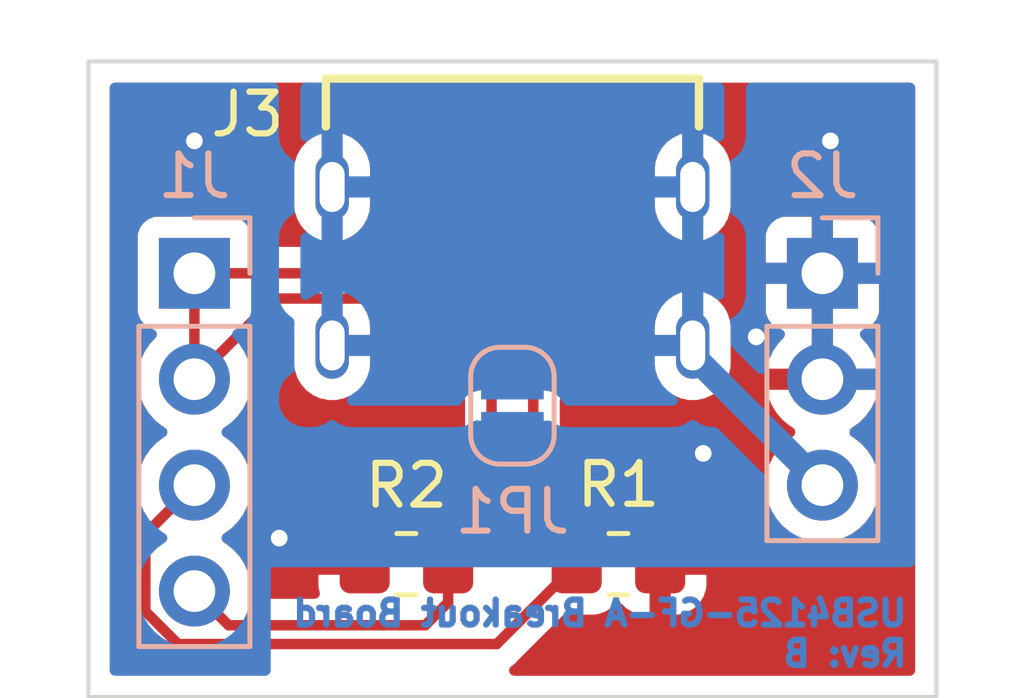
<source format=kicad_pcb>
(kicad_pcb (version 20221018) (generator pcbnew)
  (title_block (title "USB4125-GF-A Breakout Board") (date "2023-03-07") (rev "B") (company "ElektroNik Zoller") (comment 1 "Nikolai Zoller") (comment 4 "CERN-OHL-P"))
  (layers (0 "F.Cu" signal) (31 "B.Cu" signal) (34 "B.Paste" user) (35 "F.Paste" user) (36 "B.SilkS" user "B.Silkscreen") (37 "F.SilkS" user "F.Silkscreen") (38 "B.Mask" user) (39 "F.Mask" user) (44 "Edge.Cuts" user))
  (net 0 "")
  (net 1 "GND")
  (net 2 "/CC2")
  (net 3 "/CC1")
  (net 4 "/VBUS")
  (net 5 "/SHIELD")
  (footprint "Resistor_SMD:R_0805_2012Metric_Pad1.20x1.40mm_HandSolder" (layer "F.Cu") (at 132.08 99.685 180)
    (fp_text reference "R2" (at 0 1.885) (layer "F.SilkS"))
    (fp_text value "5.1k")
    (fp_line (start -0.227064 -0.735) (end 0.227064 -0.735) (stroke (width 0.12)) (layer "F.SilkS"))
    (fp_line (start -0.227064 0.735) (end 0.227064 0.735) (stroke (width 0.12)) (layer "F.SilkS"))
    (pad "1" smd roundrect (at -1 0 180) (size 1.2 1.4) (layers "F.Cu" "F.Paste" "F.Mask") (roundrect_rratio 0.2083333333) (net 2 "/CC2"))
    (pad "2" smd roundrect (at 1 0 180) (size 1.2 1.4) (layers "F.Cu" "F.Paste" "F.Mask") (roundrect_rratio 0.2083333333) (net 1 "GND"))
  )
  (footprint "connectors:GCT_USB4125-GF-A" (layer "F.Cu") (at 134.62 91.44 180)
    (fp_text reference "J3" (at 6.35 2.54) (layer "F.SilkS"))
    (fp_text value "USB4125-GF-A")
    (fp_line (start -4.47 2.25) (end -4.47 3.4) (stroke (width 0.2)) (layer "F.SilkS"))
    (fp_line (start -4.47 3.4) (end 4.47 3.4) (stroke (width 0.2)) (layer "F.SilkS"))
    (fp_line (start 4.47 3.4) (end 4.47 2.25) (stroke (width 0.2)) (layer "F.SilkS"))
    (pad "A5" smd rect (at -0.5 -3.08 180) (size 0.7 1.2) (layers "F.Cu" "F.Paste" "F.Mask") (net 3 "/CC1"))
    (pad "A9" smd rect (at 1.52 -3.08 180) (size 0.76 1.2) (layers "F.Cu" "F.Paste" "F.Mask") (net 4 "/VBUS"))
    (pad "A12" smd rect (at 2.75 -3.08 180) (size 0.8 1.2) (layers "F.Cu" "F.Paste" "F.Mask") (net 1 "GND"))
    (pad "B5" smd rect (at 0.5 -3.08 180) (size 0.7 1.2) (layers "F.Cu" "F.Paste" "F.Mask") (net 2 "/CC2"))
    (pad "B9" smd rect (at -1.52 -3.08 180) (size 0.76 1.2) (layers "F.Cu" "F.Paste" "F.Mask") (net 4 "/VBUS"))
    (pad "B12" smd rect (at -2.75 -3.08 180) (size 0.8 1.2) (layers "F.Cu" "F.Paste" "F.Mask") (net 1 "GND"))
    (pad "S1" thru_hole oval (at -4.32 -3 180) (size 0.8 1.6) (drill oval 0.6 1.2) (layers "*.Cu") (net 5 "/SHIELD"))
    (pad "S1" thru_hole oval (at -4.32 0.8 180) (size 0.8 1.6) (drill oval 0.6 1.2) (layers "*.Cu") (net 5 "/SHIELD"))
    (pad "S1" thru_hole oval (at 4.32 -3 180) (size 0.8 1.6) (drill oval 0.6 1.2) (layers "*.Cu") (net 5 "/SHIELD"))
    (pad "S1" thru_hole oval (at 4.32 0.8 180) (size 0.8 1.6) (drill oval 0.6 1.2) (layers "*.Cu") (net 5 "/SHIELD"))
  )
  (footprint "Resistor_SMD:R_0805_2012Metric_Pad1.20x1.40mm_HandSolder" (layer "F.Cu") (at 137.16 99.685)
    (fp_text reference "R1" (at 0 -1.905) (layer "F.SilkS"))
    (fp_text value "5.1k")
    (fp_line (start -0.227064 -0.735) (end 0.227064 -0.735) (stroke (width 0.12)) (layer "F.SilkS"))
    (fp_line (start -0.227064 0.735) (end 0.227064 0.735) (stroke (width 0.12)) (layer "F.SilkS"))
    (pad "1" smd roundrect (at -1 0) (size 1.2 1.4) (layers "F.Cu" "F.Paste" "F.Mask") (roundrect_rratio 0.2083333333) (net 3 "/CC1"))
    (pad "2" smd roundrect (at 1 0) (size 1.2 1.4) (layers "F.Cu" "F.Paste" "F.Mask") (roundrect_rratio 0.2083333333) (net 1 "GND"))
  )
  (footprint "Jumper:SolderJumper-2_P1.3mm_Open_RoundedPad1.0x1.5mm" (layer "B.Cu") (at 134.62 95.885 90)
    (fp_text reference "JP1" (at -2.54 0 180) (layer "B.SilkS") (effects (justify mirror)))
    (fp_text value "SolderJumper_2_Open")
    (fp_line (start -1.4 -0.3) (end -1.4 0.3) (stroke (width 0.12)) (layer "B.SilkS"))
    (fp_line (start -0.7 1) (end 0.7 1) (stroke (width 0.12)) (layer "B.SilkS"))
    (fp_line (start 0.7 -1) (end -0.7 -1) (stroke (width 0.12)) (layer "B.SilkS"))
    (fp_line (start 1.4 0.3) (end 1.4 -0.3) (stroke (width 0.12)) (layer "B.SilkS"))
    (fp_arc (start -1.4 -0.3) (mid -1.194975 -0.794975) (end -0.7 -1) (stroke (width 0.12)) (layer "B.SilkS"))
    (fp_arc (start -0.7 1) (mid -1.194975 0.794975) (end -1.4 0.3) (stroke (width 0.12)) (layer "B.SilkS"))
    (fp_arc (start 0.7 -1) (mid 1.194975 -0.794975) (end 1.4 -0.3) (stroke (width 0.12)) (layer "B.SilkS"))
    (fp_arc (start 1.4 0.3) (mid 1.194975 0.794975) (end 0.7 1) (stroke (width 0.12)) (layer "B.SilkS"))
    (pad "1" smd custom (at -0.65 0 90) (size 1 0.5) (layers "B.Cu" "B.Mask") (net 1 "GND") (options (clearance outline) (anchor rect)) (primitives (gr_circle (center 0 -0.25) (end 0.5 -0.25) (width 0) (fill yes)) (gr_circle (center 0 0.25) (end 0.5 0.25) (width 0) (fill yes)) (gr_poly (pts (xy 0.5 -0.75) (xy 0 -0.75) (xy 0 0.75) (xy 0.5 0.75)) (width 0) (fill yes))))
    (pad "2" smd custom (at 0.65 0 90) (size 1 0.5) (layers "B.Cu" "B.Mask") (net 5 "/SHIELD") (options (clearance outline) (anchor rect)) (primitives (gr_circle (center 0 -0.25) (end 0.5 -0.25) (width 0) (fill yes)) (gr_circle (center 0 0.25) (end 0.5 0.25) (width 0) (fill yes)) (gr_poly (pts (xy 0 -0.75) (xy -0.5 -0.75) (xy -0.5 0.75) (xy 0 0.75)) (width 0) (fill yes))))
  )
  (footprint "Connector_PinHeader_2.54mm:PinHeader_1x04_P2.54mm_Vertical" (layer "B.Cu") (at 127 92.71 180)
    (fp_text reference "J1" (at 0 2.33) (layer "B.SilkS") (effects (justify mirror)))
    (fp_text value "Conn_01x04_Male")
    (fp_line (start -1.33 -8.95) (end 1.33 -8.95) (stroke (width 0.12)) (layer "B.SilkS"))
    (fp_line (start -1.33 -1.27) (end -1.33 -8.95) (stroke (width 0.12)) (layer "B.SilkS"))
    (fp_line (start -1.33 -1.27) (end 1.33 -1.27) (stroke (width 0.12)) (layer "B.SilkS"))
    (fp_line (start -1.33 0) (end -1.33 1.33) (stroke (width 0.12)) (layer "B.SilkS"))
    (fp_line (start -1.33 1.33) (end 0 1.33) (stroke (width 0.12)) (layer "B.SilkS"))
    (fp_line (start 1.33 -1.27) (end 1.33 -8.95) (stroke (width 0.12)) (layer "B.SilkS"))
    (pad "1" thru_hole rect (at 0 0 180) (size 1.7 1.7) (drill 1) (layers "*.Cu" "*.Mask") (net 4 "/VBUS"))
    (pad "2" thru_hole oval (at 0 -2.54 180) (size 1.7 1.7) (drill 1) (layers "*.Cu" "*.Mask") (net 4 "/VBUS"))
    (pad "3" thru_hole oval (at 0 -5.08 180) (size 1.7 1.7) (drill 1) (layers "*.Cu" "*.Mask") (net 3 "/CC1"))
    (pad "4" thru_hole oval (at 0 -7.62 180) (size 1.7 1.7) (drill 1) (layers "*.Cu" "*.Mask") (net 2 "/CC2"))
  )
  (footprint "drawings:elektronik-emblem_3x3.5_solder" (layer "B.Cu") (at 134.62 91.186 180)
    (fp_text reference "G***" hide)
    (fp_text value "LOGO" hide)
  )
  (footprint "Connector_PinHeader_2.54mm:PinHeader_1x03_P2.54mm_Vertical" (layer "B.Cu") (at 142.0475 92.71 180)
    (fp_text reference "J2" (at 0 2.33) (layer "B.SilkS") (effects (justify mirror)))
    (fp_text value "Conn_01x03_Male")
    (fp_line (start -1.33 -6.41) (end 1.33 -6.41) (stroke (width 0.12)) (layer "B.SilkS"))
    (fp_line (start -1.33 -1.27) (end -1.33 -6.41) (stroke (width 0.12)) (layer "B.SilkS"))
    (fp_line (start -1.33 -1.27) (end 1.33 -1.27) (stroke (width 0.12)) (layer "B.SilkS"))
    (fp_line (start -1.33 0) (end -1.33 1.33) (stroke (width 0.12)) (layer "B.SilkS"))
    (fp_line (start -1.33 1.33) (end 0 1.33) (stroke (width 0.12)) (layer "B.SilkS"))
    (fp_line (start 1.33 -1.27) (end 1.33 -6.41) (stroke (width 0.12)) (layer "B.SilkS"))
    (pad "1" thru_hole rect (at 0 0 180) (size 1.7 1.7) (drill 1) (layers "*.Cu" "*.Mask") (net 1 "GND"))
    (pad "2" thru_hole oval (at 0 -2.54 180) (size 1.7 1.7) (drill 1) (layers "*.Cu" "*.Mask") (net 1 "GND"))
    (pad "3" thru_hole oval (at 0 -5.08 180) (size 1.7 1.7) (drill 1) (layers "*.Cu" "*.Mask") (net 5 "/SHIELD"))
  )
  (gr_rect (start 124.46 87.63) (end 144.78 102.87) (stroke (width 0.1)) (fill none) (layer "Edge.Cuts"))
  (gr_text "${TITLE}\nRev: ${REVISION}" (at 144.145 101.346) (layer "B.Cu") (effects (font (size 0.6 0.6)) (justify left mirror)))
  (via (at 140.462 94.234) (size 0.8) (drill 0.4) (layers "F.Cu" "B.Cu") (net 1))
  (via (at 129.032 99.06) (size 0.8) (drill 0.4) (layers "F.Cu" "B.Cu") (net 1))
  (via (at 139.192 97.028) (size 0.8) (drill 0.4) (layers "F.Cu" "B.Cu") (net 1))
  (via (at 127 89.535) (size 0.8) (drill 0.4) (layers "F.Cu" "B.Cu") (net 1))
  (via (at 142.24 89.535) (size 0.8) (drill 0.4) (layers "F.Cu" "B.Cu") (net 1))
  (segment (start 135.27 96.74538) (end 135.27 97.155) (width 0.25) (layer "B.Cu") (net 1))
  (segment (start 127.82 101.15) (end 127 100.33) (width 0.25) (layer "F.Cu") (net 2))
  (segment (start 133.08 100.6) (end 132.53 101.15) (width 0.25) (layer "F.Cu") (net 2))
  (segment (start 133.08 99.685) (end 133.08 100.6) (width 0.25) (layer "F.Cu") (net 2))
  (segment (start 132.53 101.15) (end 127.82 101.15) (width 0.25) (layer "F.Cu") (net 2))
  (segment (start 134.12 98.645) (end 134.12 94.52) (width 0.25) (layer "F.Cu") (net 2))
  (segment (start 133.08 99.685) (end 134.12 98.645) (width 0.25) (layer "F.Cu") (net 2))
  (segment (start 125.825 98.965) (end 125.825 100.816701) (width 0.25) (layer "F.Cu") (net 3))
  (segment (start 134.245 101.6) (end 136.16 99.685) (width 0.25) (layer "F.Cu") (net 3))
  (segment (start 135.12 98.645) (end 136.16 99.685) (width 0.25) (layer "F.Cu") (net 3))
  (segment (start 135.12 94.52) (end 135.12 98.645) (width 0.25) (layer "F.Cu") (net 3))
  (segment (start 127 97.79) (end 125.825 98.965) (width 0.25) (layer "F.Cu") (net 3))
  (segment (start 125.825 100.816701) (end 126.608299 101.6) (width 0.25) (layer "F.Cu") (net 3))
  (segment (start 126.608299 101.6) (end 134.245 101.6) (width 0.25) (layer "F.Cu") (net 3))
  (segment (start 136.14 94.52) (end 136.14 93.67) (width 0.25) (layer "F.Cu") (net 4))
  (segment (start 133.1 94.52) (end 133.1 94.1) (width 0.25) (layer "F.Cu") (net 4))
  (segment (start 135.18 92.71) (end 127 92.71) (width 0.25) (layer "F.Cu") (net 4))
  (segment (start 136.14 93.67) (end 135.18 92.71) (width 0.25) (layer "F.Cu") (net 4))
  (segment (start 127 92.71) (end 127 95.25) (width 0.25) (layer "F.Cu") (net 4))
  (segment (start 128.935 93.315) (end 127 95.25) (width 0.25) (layer "F.Cu") (net 4))
  (segment (start 132.315 93.315) (end 128.935 93.315) (width 0.25) (layer "F.Cu") (net 4))
  (segment (start 133.1 94.1) (end 132.315 93.315) (width 0.25) (layer "F.Cu") (net 4))
  (segment (start 138.94 94.44) (end 138.94 94.6825) (width 0.6) (layer "B.Cu") (net 5))
  (segment (start 138.94 94.6825) (end 142.0475 97.79) (width 0.6) (layer "B.Cu") (net 5))
  (zone (net 1) (net_name "GND") (layers "F&B.Cu") (connect_pads (clearance 0.508)) (min_thickness 0.254) (fill yes (thermal_gap 0.508) (thermal_bridge_width 0.508))
    (polygon (pts (xy 144.78 102.87) (xy 124.46 102.87) (xy 124.46 87.63) (xy 144.78 87.63)))
  )
  (zone (net 5) (net_name "/SHIELD") (layer "B.Cu") (priority 1) (connect_pads (clearance 0.508)) (min_thickness 0.254) (fill yes (thermal_gap 0.508) (thermal_bridge_width 0.508))
    (polygon (pts (xy 139.7 95.885) (xy 129.54 95.885) (xy 129.54 87.63) (xy 139.7 87.63)))
  )
)
</source>
